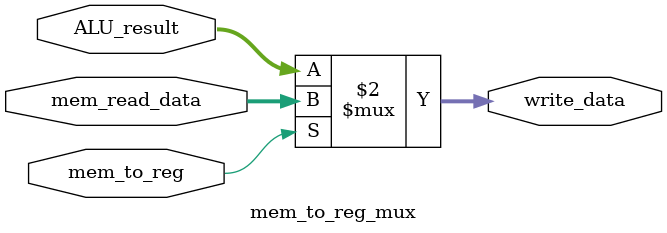
<source format=sv>
module mem_to_reg_mux(
    input logic [31:0] mem_read_data,
    input logic [31:0] ALU_result,
    input logic mem_to_reg,

    output logic [31:0] write_data

);

    assign write_data = ~mem_to_reg ? ALU_result : mem_read_data;
       

endmodule

</source>
